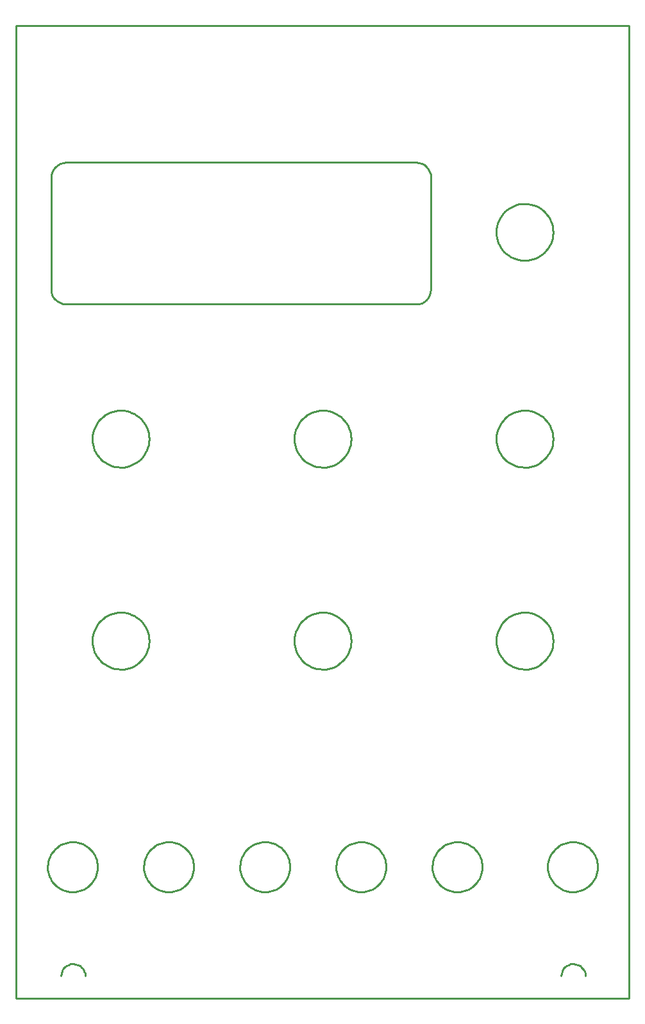
<source format=gko>
G04 Layer: BoardOutline*
G04 EasyEDA v6.4.14, 2021-02-14T17:06:54+01:00*
G04 7968197435cc47b8ae8c81e71e0902fa,25b4ee72c661442e84e9813f09f547ec,10*
G04 Gerber Generator version 0.2*
G04 Scale: 100 percent, Rotated: No, Reflected: No *
G04 Dimensions in millimeters *
G04 leading zeros omitted , absolute positions ,4 integer and 5 decimal *
%FSLAX45Y45*%
%MOMM*%

%ADD10C,0.2540*%
D10*
X0Y2D02*
G01*
X8090265Y2D01*
X8090265Y12850395D01*
X0Y12850395D01*
X0Y0D01*
X7346685Y2070059D02*
G01*
X7314277Y2068492D01*
X7282764Y2063877D01*
X7252291Y2056368D01*
X7222997Y2046099D01*
X7195042Y2033231D01*
X7168563Y2017908D01*
X7139741Y1997123D01*
X7116970Y1976973D01*
X7096147Y1954837D01*
X7074504Y1926683D01*
X7058393Y1900725D01*
X7042655Y1868523D01*
X7031951Y1839432D01*
X7023976Y1809140D01*
X7018868Y1777781D01*
X7016772Y1745498D01*
X7676700Y1740039D02*
G01*
X7675138Y1772460D01*
X7670523Y1803981D01*
X7663007Y1834466D01*
X7652750Y1863765D01*
X7639878Y1891725D01*
X7624549Y1918205D01*
X7606924Y1943066D01*
X7583619Y1969805D01*
X7561483Y1990636D01*
X7533330Y2012284D01*
X7507371Y2028395D01*
X7479888Y2042099D01*
X7446078Y2054842D01*
X7415778Y2062822D01*
X7384427Y2067933D01*
X7352144Y2070016D01*
X7346685Y1410088D02*
G01*
X7379106Y1411658D01*
X7410620Y1416270D01*
X7441105Y1423779D01*
X7470411Y1434043D01*
X7502893Y1449290D01*
X7529113Y1465005D01*
X7553680Y1483014D01*
X7576451Y1503154D01*
X7597274Y1525287D01*
X7618930Y1553433D01*
X7635041Y1579387D01*
X7648745Y1606870D01*
X7661483Y1640667D01*
X7669469Y1670954D01*
X7674579Y1702305D01*
X7676662Y1734583D01*
X7016734Y1740039D02*
G01*
X7018296Y1707626D01*
X7022922Y1676112D01*
X7030427Y1645632D01*
X7040684Y1616339D01*
X7053557Y1588383D01*
X7071664Y1557652D01*
X7089660Y1533088D01*
X7113361Y1506707D01*
X7139741Y1483014D01*
X7164308Y1465005D01*
X7190529Y1449290D01*
X7218248Y1436009D01*
X7247318Y1425305D01*
X7277605Y1417325D01*
X7308959Y1412222D01*
X7341229Y1410131D01*
X657539Y9169275D02*
G01*
X657750Y9169275D01*
X5273659Y9169272D02*
G01*
X5312392Y9173024D01*
X5351495Y9184993D01*
X5384190Y9202580D01*
X5415084Y9227868D01*
X5440372Y9258749D01*
X5457957Y9291449D01*
X5469293Y9327428D01*
X5473659Y9365993D01*
X5473684Y10843379D02*
G01*
X5469938Y10882116D01*
X5459148Y10918339D01*
X5442059Y10951329D01*
X5417240Y10982601D01*
X5389272Y11006581D01*
X5354360Y11026411D01*
X5315516Y11038977D01*
X5276971Y11043335D01*
X659373Y11043330D02*
G01*
X620646Y11039584D01*
X584438Y11028832D01*
X551461Y11011766D01*
X520194Y10986985D01*
X496214Y10959068D01*
X476371Y10924192D01*
X463783Y10885385D01*
X459379Y10846859D01*
X5273659Y9169275D02*
G01*
X657750Y9169275D01*
X457723Y9369508D02*
G01*
X461426Y9330763D01*
X472160Y9294530D01*
X489214Y9261515D01*
X513994Y9230212D01*
X544454Y9204434D01*
X576823Y9186326D01*
X615668Y9173712D01*
X654232Y9169303D01*
X6712244Y10497334D02*
G01*
X6675409Y10495554D01*
X6639590Y10490309D01*
X6604952Y10481777D01*
X6571663Y10470118D01*
X6539877Y10455495D01*
X6509788Y10438081D01*
X6481536Y10418046D01*
X6451137Y10391574D01*
X6423741Y10362013D01*
X6402854Y10334424D01*
X6384549Y10304932D01*
X6368971Y10273703D01*
X6356296Y10240899D01*
X6345407Y10200863D01*
X6339603Y10165224D01*
X6337221Y10128539D01*
X7087217Y10122336D02*
G01*
X7085431Y10159179D01*
X7080183Y10195003D01*
X7071639Y10229641D01*
X7059980Y10262930D01*
X7045358Y10294706D01*
X7027933Y10324800D01*
X7007890Y10353039D01*
X6981413Y10383431D01*
X6956259Y10407096D01*
X6924263Y10431688D01*
X6894769Y10449994D01*
X6863552Y10465559D01*
X6825142Y10480045D01*
X6790725Y10489112D01*
X6755107Y10494916D01*
X6718444Y10497291D01*
X6712244Y9747333D02*
G01*
X6749067Y9749119D01*
X6784873Y9754367D01*
X6819501Y9762898D01*
X6852775Y9774570D01*
X6884550Y9789193D01*
X6914639Y9806604D01*
X6942879Y9826647D01*
X6973277Y9853127D01*
X7000661Y9882687D01*
X7021545Y9910277D01*
X7039851Y9939769D01*
X7055429Y9971003D01*
X7069914Y10009408D01*
X7078982Y10043830D01*
X7084786Y10079464D01*
X7087166Y10116136D01*
X6337172Y10122336D02*
G01*
X6338958Y10085509D01*
X6344203Y10049690D01*
X6352750Y10015057D01*
X6364409Y9981770D01*
X6379042Y9949995D01*
X6396456Y9919906D01*
X6416509Y9891661D01*
X6442989Y9861268D01*
X6472557Y9833884D01*
X6500152Y9813005D01*
X6529656Y9794692D01*
X6560886Y9779121D01*
X6599308Y9764636D01*
X6633738Y9755563D01*
X6669369Y9749759D01*
X6706044Y9747384D01*
X5473684Y10843376D02*
G01*
X5473684Y9369333D01*
X659373Y11043330D02*
G01*
X5273695Y11043330D01*
X457725Y9369511D02*
G01*
X459313Y10843554D01*
X6712244Y7766735D02*
G01*
X6675409Y7764950D01*
X6639580Y7759710D01*
X6604939Y7751170D01*
X6571650Y7739506D01*
X6539865Y7724884D01*
X6509763Y7707464D01*
X6476997Y7683845D01*
X6451125Y7660949D01*
X6427449Y7635786D01*
X6406154Y7608531D01*
X6384536Y7574300D01*
X6368961Y7543071D01*
X6354472Y7504661D01*
X6345407Y7470239D01*
X6339603Y7434607D01*
X6337221Y7397940D01*
X7087217Y7391737D02*
G01*
X7085431Y7428567D01*
X7080183Y7464379D01*
X7071652Y7499019D01*
X7059980Y7532306D01*
X7045358Y7564074D01*
X7027946Y7594170D01*
X7007903Y7622410D01*
X6981426Y7652801D01*
X6951870Y7680192D01*
X6924286Y7701071D01*
X6894794Y7719377D01*
X6863565Y7734955D01*
X6825155Y7749440D01*
X6790738Y7758513D01*
X6755119Y7764317D01*
X6718444Y7766692D01*
X6712244Y7016734D02*
G01*
X6749067Y7018520D01*
X6784886Y7023768D01*
X6819511Y7032299D01*
X6852800Y7043963D01*
X6884563Y7058581D01*
X6914649Y7076000D01*
X6942891Y7096036D01*
X6973288Y7122515D01*
X6996953Y7147671D01*
X7018248Y7174925D01*
X7039863Y7209157D01*
X7055429Y7240386D01*
X7069914Y7278796D01*
X7078982Y7313226D01*
X7084786Y7348857D01*
X7087166Y7385537D01*
X6337172Y7391737D02*
G01*
X6338958Y7354902D01*
X6344203Y7319086D01*
X6352750Y7284445D01*
X6364409Y7251158D01*
X6379029Y7219383D01*
X6396456Y7189294D01*
X6416497Y7161049D01*
X6442976Y7130656D01*
X6472544Y7103272D01*
X6500139Y7082393D01*
X6529631Y7064087D01*
X6566232Y7046196D01*
X6599295Y7034029D01*
X6633725Y7024964D01*
X6669356Y7019160D01*
X6706044Y7016785D01*
X4045145Y7766735D02*
G01*
X4008310Y7764950D01*
X3972478Y7759710D01*
X3937840Y7751170D01*
X3904551Y7739506D01*
X3872778Y7724884D01*
X3842677Y7707464D01*
X3814437Y7687429D01*
X3784038Y7660949D01*
X3756654Y7631389D01*
X3735768Y7603794D01*
X3717462Y7574300D01*
X3701897Y7543071D01*
X3689222Y7510266D01*
X3678346Y7470239D01*
X3672542Y7434607D01*
X3670160Y7397940D01*
X4420118Y7391737D02*
G01*
X4418332Y7428567D01*
X4413084Y7464379D01*
X4404540Y7499019D01*
X4392881Y7532306D01*
X4378258Y7564074D01*
X4360834Y7594170D01*
X4340791Y7622410D01*
X4314314Y7652801D01*
X4284759Y7680192D01*
X4257164Y7701071D01*
X4227669Y7719377D01*
X4196453Y7734955D01*
X4158043Y7749440D01*
X4123626Y7758513D01*
X4088008Y7764317D01*
X4051345Y7766692D01*
X4045145Y7016772D02*
G01*
X4081967Y7018558D01*
X4117774Y7023798D01*
X4152399Y7032337D01*
X4185676Y7044001D01*
X4217451Y7058616D01*
X4247540Y7076031D01*
X4280293Y7099650D01*
X4306176Y7122546D01*
X4333562Y7152106D01*
X4354446Y7179688D01*
X4372752Y7209182D01*
X4388330Y7240412D01*
X4402815Y7278814D01*
X4411883Y7313239D01*
X4417687Y7348862D01*
X4420067Y7385537D01*
X3670112Y7391737D02*
G01*
X3671897Y7354910D01*
X3677142Y7319091D01*
X3685674Y7284458D01*
X3697345Y7251176D01*
X3711968Y7219408D01*
X3729380Y7189320D01*
X3753007Y7156559D01*
X3775890Y7130686D01*
X3805458Y7103303D01*
X3833053Y7082429D01*
X3862544Y7064118D01*
X3899143Y7046234D01*
X3932196Y7034067D01*
X3966626Y7024994D01*
X4002257Y7019190D01*
X4038942Y7016821D01*
X1378089Y7766735D02*
G01*
X1341254Y7764950D01*
X1305430Y7759710D01*
X1270789Y7751170D01*
X1237503Y7739506D01*
X1205727Y7724884D01*
X1175633Y7707464D01*
X1147381Y7687429D01*
X1116990Y7660949D01*
X1089599Y7631389D01*
X1068720Y7603794D01*
X1050406Y7574300D01*
X1034836Y7543071D01*
X1020351Y7504661D01*
X1011278Y7470239D01*
X1005474Y7434607D01*
X1003099Y7397940D01*
X1753049Y7391737D02*
G01*
X1751263Y7428567D01*
X1746023Y7464379D01*
X1737484Y7499019D01*
X1723588Y7537709D01*
X1708487Y7569210D01*
X1690621Y7599006D01*
X1666506Y7631389D01*
X1643227Y7656906D01*
X1613250Y7683845D01*
X1585333Y7704302D01*
X1555536Y7722174D01*
X1524040Y7737274D01*
X1490995Y7749440D01*
X1456578Y7758513D01*
X1420952Y7764317D01*
X1384284Y7766692D01*
X1378089Y7016772D02*
G01*
X1414912Y7018558D01*
X1450723Y7023798D01*
X1485351Y7032337D01*
X1524040Y7046234D01*
X1555536Y7061334D01*
X1585333Y7079193D01*
X1613250Y7099650D01*
X1643227Y7126582D01*
X1670159Y7156559D01*
X1690621Y7184476D01*
X1708487Y7214273D01*
X1723588Y7245769D01*
X1735754Y7278814D01*
X1744827Y7313239D01*
X1750631Y7348862D01*
X1753006Y7385537D01*
X1003048Y7391737D02*
G01*
X1004834Y7354910D01*
X1010081Y7319091D01*
X1018618Y7284458D01*
X1032517Y7245769D01*
X1047622Y7214273D01*
X1065481Y7184476D01*
X1085946Y7156559D01*
X1112883Y7126582D01*
X1142865Y7099650D01*
X1170790Y7079193D01*
X1200586Y7061334D01*
X1232095Y7046234D01*
X1265148Y7034067D01*
X1299570Y7024994D01*
X1335209Y7019190D01*
X1371881Y7016821D01*
X6712244Y5099674D02*
G01*
X6675409Y5097889D01*
X6639580Y5092641D01*
X6604939Y5084102D01*
X6571650Y5072438D01*
X6539865Y5057815D01*
X6509763Y5040396D01*
X6476997Y5016769D01*
X6451125Y4993876D01*
X6423728Y4964315D01*
X6402854Y4936726D01*
X6384536Y4907231D01*
X6368961Y4876004D01*
X6354472Y4837600D01*
X6345407Y4803190D01*
X6339603Y4767569D01*
X6337221Y4730910D01*
X7087217Y4724707D02*
G01*
X7085431Y4761529D01*
X7080183Y4797328D01*
X7071652Y4831956D01*
X7059980Y4865237D01*
X7045358Y4897008D01*
X7027946Y4927094D01*
X7007903Y4955341D01*
X6981426Y4985727D01*
X6956272Y5009403D01*
X6924286Y5033998D01*
X6894794Y5052308D01*
X6863565Y5067886D01*
X6825155Y5082372D01*
X6790738Y5091445D01*
X6755119Y5097249D01*
X6718444Y5099624D01*
X6712244Y4349673D02*
G01*
X6749067Y4351459D01*
X6784886Y4356704D01*
X6819511Y4365243D01*
X6852800Y4376907D01*
X6884563Y4391538D01*
X6914649Y4408957D01*
X6942891Y4428997D01*
X6973288Y4455477D01*
X6996953Y4480641D01*
X7018248Y4507903D01*
X7039863Y4542139D01*
X7055429Y4573369D01*
X7069914Y4611784D01*
X7078982Y4646201D01*
X7084786Y4681832D01*
X7087166Y4718507D01*
X6337172Y4724707D02*
G01*
X6338958Y4687879D01*
X6344203Y4652060D01*
X6352750Y4617427D01*
X6364409Y4584138D01*
X6379029Y4552365D01*
X6396456Y4522269D01*
X6420083Y4489503D01*
X6442976Y4463625D01*
X6472544Y4436234D01*
X6500139Y4415350D01*
X6529631Y4397037D01*
X6560873Y4381466D01*
X6593677Y4368792D01*
X6633725Y4357903D01*
X6669356Y4352096D01*
X6706044Y4349722D01*
X4045145Y5099674D02*
G01*
X4008310Y5097889D01*
X3972478Y5092641D01*
X3937840Y5084102D01*
X3904551Y5072438D01*
X3872778Y5057815D01*
X3842677Y5040396D01*
X3814437Y5020355D01*
X3784038Y4993876D01*
X3756654Y4964315D01*
X3735768Y4936726D01*
X3717462Y4907231D01*
X3701897Y4876004D01*
X3689222Y4843211D01*
X3678346Y4803190D01*
X3672542Y4767569D01*
X3670160Y4730910D01*
X4420118Y4724707D02*
G01*
X4418332Y4761529D01*
X4413084Y4797328D01*
X4404540Y4831956D01*
X4392881Y4865237D01*
X4378258Y4897008D01*
X4360834Y4927094D01*
X4340791Y4955341D01*
X4314314Y4985727D01*
X4289160Y5009403D01*
X4257164Y5033998D01*
X4227669Y5052308D01*
X4196453Y5067886D01*
X4158043Y5082372D01*
X4123626Y5091445D01*
X4088008Y5097249D01*
X4051345Y5099624D01*
X4045145Y4349673D02*
G01*
X4081967Y4351459D01*
X4117774Y4356704D01*
X4152399Y4365243D01*
X4185676Y4376907D01*
X4217451Y4391538D01*
X4247540Y4408957D01*
X4275780Y4428997D01*
X4306176Y4455477D01*
X4333562Y4485045D01*
X4354446Y4512640D01*
X4372752Y4542139D01*
X4388330Y4573369D01*
X4402815Y4611784D01*
X4411883Y4646201D01*
X4417687Y4681832D01*
X4420067Y4718507D01*
X3670112Y4724707D02*
G01*
X3671897Y4687879D01*
X3677142Y4652060D01*
X3685674Y4617427D01*
X3697345Y4584138D01*
X3711968Y4552365D01*
X3729380Y4522269D01*
X3753007Y4489503D01*
X3775890Y4463625D01*
X3805458Y4436234D01*
X3833053Y4415350D01*
X3862544Y4397037D01*
X3893786Y4381466D01*
X3932196Y4366973D01*
X3966626Y4357903D01*
X4002257Y4352096D01*
X4038942Y4349722D01*
X1378089Y5099674D02*
G01*
X1341254Y5097889D01*
X1305430Y5092641D01*
X1270789Y5084102D01*
X1237503Y5072438D01*
X1205727Y5057815D01*
X1175633Y5040396D01*
X1147381Y5020355D01*
X1116990Y4993876D01*
X1089599Y4964315D01*
X1068720Y4936726D01*
X1050406Y4907231D01*
X1034836Y4876004D01*
X1020351Y4837600D01*
X1011278Y4803190D01*
X1005474Y4767569D01*
X1003099Y4730910D01*
X1753049Y4724707D02*
G01*
X1751263Y4761529D01*
X1746023Y4797328D01*
X1737484Y4831956D01*
X1723588Y4870645D01*
X1708487Y4902141D01*
X1690621Y4931938D01*
X1670159Y4959855D01*
X1643227Y4989832D01*
X1613250Y5016769D01*
X1585333Y5037234D01*
X1555536Y5055100D01*
X1524040Y5070205D01*
X1490995Y5082372D01*
X1456578Y5091445D01*
X1420952Y5097249D01*
X1384284Y5099624D01*
X1378089Y4349673D02*
G01*
X1414912Y4351459D01*
X1450723Y4356704D01*
X1485351Y4365243D01*
X1518632Y4376907D01*
X1550400Y4391538D01*
X1580489Y4408957D01*
X1613250Y4432581D01*
X1639120Y4455477D01*
X1666506Y4485045D01*
X1687385Y4512640D01*
X1705696Y4542139D01*
X1721269Y4573369D01*
X1735754Y4611784D01*
X1744827Y4646201D01*
X1750631Y4681832D01*
X1753006Y4718507D01*
X1003048Y4724707D02*
G01*
X1004834Y4687879D01*
X1010081Y4652060D01*
X1018618Y4617427D01*
X1032517Y4578730D01*
X1047622Y4547224D01*
X1065481Y4517428D01*
X1085946Y4489503D01*
X1112883Y4459521D01*
X1142865Y4432581D01*
X1170790Y4412119D01*
X1200586Y4394248D01*
X1232095Y4379147D01*
X1265148Y4366973D01*
X1299570Y4357903D01*
X1335209Y4352096D01*
X1371881Y4349722D01*
X5823183Y2070059D02*
G01*
X5790775Y2068492D01*
X5759272Y2063877D01*
X5728799Y2056368D01*
X5699506Y2046099D01*
X5671550Y2033231D01*
X5645071Y2017908D01*
X5616237Y1997123D01*
X5593466Y1976973D01*
X5569369Y1950961D01*
X5550987Y1926683D01*
X5532422Y1896247D01*
X5519127Y1868523D01*
X5508424Y1839432D01*
X5500436Y1809140D01*
X5495325Y1777781D01*
X5493242Y1745498D01*
X6153208Y1740039D02*
G01*
X6151633Y1772460D01*
X6147020Y1803981D01*
X6139505Y1834466D01*
X6129235Y1863765D01*
X6116373Y1891725D01*
X6101044Y1918205D01*
X6083409Y1943066D01*
X6060104Y1969805D01*
X6037966Y1990636D01*
X6009812Y2012284D01*
X5983853Y2028395D01*
X5956371Y2042099D01*
X5922563Y2054842D01*
X5892276Y2062822D01*
X5860910Y2067933D01*
X5828639Y2070016D01*
X5823183Y1410050D02*
G01*
X5855588Y1411620D01*
X5887115Y1416240D01*
X5917600Y1423748D01*
X5946884Y1434012D01*
X5974849Y1446880D01*
X6001329Y1462201D01*
X6026195Y1479839D01*
X6052936Y1503136D01*
X6077033Y1529143D01*
X6095413Y1553428D01*
X6113980Y1583857D01*
X6127275Y1611576D01*
X6137978Y1640659D01*
X6145966Y1670954D01*
X6151074Y1702305D01*
X6153160Y1734583D01*
X5493194Y1740039D02*
G01*
X5494769Y1707626D01*
X5499381Y1676105D01*
X5506897Y1645627D01*
X5517167Y1616339D01*
X5530039Y1588378D01*
X5545358Y1561899D01*
X5566156Y1533070D01*
X5586298Y1510299D01*
X5612317Y1486207D01*
X5636602Y1467827D01*
X5662546Y1451721D01*
X5690031Y1438018D01*
X5723826Y1425275D01*
X5754113Y1417294D01*
X5785467Y1412184D01*
X5817725Y1410093D01*
X4553183Y2070059D02*
G01*
X4520763Y2068492D01*
X4489236Y2063877D01*
X4458751Y2056368D01*
X4429457Y2046099D01*
X4401502Y2033231D01*
X4375010Y2017908D01*
X4350156Y2000272D01*
X4323417Y1976973D01*
X4299318Y1950961D01*
X4280938Y1926683D01*
X4264827Y1900725D01*
X4251124Y1873242D01*
X4238386Y1839432D01*
X4230397Y1809140D01*
X4225290Y1777781D01*
X4223204Y1745498D01*
X4883134Y1740039D02*
G01*
X4881559Y1772460D01*
X4876957Y1803981D01*
X4869441Y1834466D01*
X4857214Y1868523D01*
X4843929Y1896247D01*
X4825365Y1926683D01*
X4806983Y1950961D01*
X4786508Y1973422D01*
X4764046Y1993910D01*
X4739774Y2012284D01*
X4713818Y2028395D01*
X4681621Y2044133D01*
X4652551Y2054842D01*
X4622264Y2062822D01*
X4590910Y2067933D01*
X4558639Y2070016D01*
X4553183Y1410088D02*
G01*
X4585588Y1411658D01*
X4617105Y1416270D01*
X4647577Y1423779D01*
X4676871Y1434043D01*
X4704826Y1446905D01*
X4731303Y1462227D01*
X4760127Y1483014D01*
X4782898Y1503154D01*
X4803721Y1525287D01*
X4825365Y1553433D01*
X4843929Y1583862D01*
X4857214Y1611581D01*
X4867917Y1640667D01*
X4875890Y1670954D01*
X4881001Y1702305D01*
X4883096Y1734583D01*
X4223156Y1740039D02*
G01*
X4224731Y1707626D01*
X4229343Y1676112D01*
X4236859Y1645632D01*
X4247116Y1616339D01*
X4259991Y1588383D01*
X4275307Y1561904D01*
X4292942Y1537058D01*
X4316247Y1510317D01*
X4338386Y1489494D01*
X4366539Y1467858D01*
X4392498Y1451747D01*
X4419981Y1438048D01*
X4453790Y1425305D01*
X4484088Y1417325D01*
X4515441Y1412222D01*
X4547725Y1410131D01*
X3283120Y2070059D02*
G01*
X3250712Y2068492D01*
X3219198Y2063877D01*
X3188713Y2056368D01*
X3154669Y2044133D01*
X3122460Y2028395D01*
X3096501Y2012284D01*
X3072218Y1993910D01*
X3049757Y1973422D01*
X3029270Y1950961D01*
X3010888Y1926683D01*
X2992323Y1896247D01*
X2979026Y1868523D01*
X2968325Y1839432D01*
X2960336Y1809140D01*
X2955226Y1777781D01*
X2953143Y1745498D01*
X3613071Y1740039D02*
G01*
X3611496Y1772460D01*
X3606883Y1803981D01*
X3599367Y1834466D01*
X3589111Y1863765D01*
X3576238Y1891725D01*
X3560907Y1918205D01*
X3543272Y1943066D01*
X3519980Y1969805D01*
X3497841Y1990636D01*
X3469688Y2012284D01*
X3443742Y2028395D01*
X3416259Y2042099D01*
X3382462Y2054842D01*
X3352177Y2062822D01*
X3320836Y2067933D01*
X3288578Y2070016D01*
X3283120Y1410050D02*
G01*
X3315515Y1411620D01*
X3347029Y1416240D01*
X3377501Y1423748D01*
X3406785Y1434012D01*
X3434740Y1446880D01*
X3461217Y1462201D01*
X3486071Y1479839D01*
X3512812Y1503136D01*
X3536909Y1529143D01*
X3555288Y1553428D01*
X3571400Y1579379D01*
X3587140Y1611576D01*
X3597841Y1640659D01*
X3605829Y1670954D01*
X3610940Y1702305D01*
X3613022Y1734583D01*
X2953092Y1740039D02*
G01*
X2954670Y1707626D01*
X2959282Y1676105D01*
X2966798Y1645627D01*
X2979026Y1611576D01*
X2992323Y1583857D01*
X3008048Y1557639D01*
X3029270Y1529143D01*
X3049757Y1506689D01*
X3072218Y1486207D01*
X3096501Y1467827D01*
X3126938Y1449268D01*
X3154669Y1435978D01*
X3183752Y1425275D01*
X3214039Y1417294D01*
X3245393Y1412184D01*
X3277664Y1410093D01*
X2013082Y2070059D02*
G01*
X1980676Y2068492D01*
X1949150Y2063877D01*
X1918665Y2056368D01*
X1889376Y2046099D01*
X1861416Y2033231D01*
X1834929Y2017908D01*
X1806100Y1997123D01*
X1783328Y1976973D01*
X1759226Y1950961D01*
X1740852Y1926683D01*
X1724741Y1900725D01*
X1711035Y1873242D01*
X1698287Y1839432D01*
X1690306Y1809140D01*
X1685196Y1777781D01*
X1683105Y1745498D01*
X2343035Y1740039D02*
G01*
X2341460Y1772460D01*
X2336845Y1803981D01*
X2329342Y1834466D01*
X2319073Y1863765D01*
X2306200Y1891725D01*
X2290884Y1918205D01*
X2273246Y1943066D01*
X2249942Y1969805D01*
X2223935Y1993910D01*
X2199652Y2012284D01*
X2173706Y2028395D01*
X2146221Y2042099D01*
X2112439Y2054842D01*
X2082152Y2062822D01*
X2050798Y2067933D01*
X2018540Y2070016D01*
X2013082Y1410050D02*
G01*
X2045489Y1411620D01*
X2076993Y1416240D01*
X2107465Y1423748D01*
X2136759Y1434012D01*
X2164715Y1446880D01*
X2191181Y1462201D01*
X2220015Y1482989D01*
X2242774Y1503136D01*
X2263609Y1525275D01*
X2285253Y1553428D01*
X2301364Y1579379D01*
X2315067Y1606864D01*
X2327818Y1640659D01*
X2335791Y1670954D01*
X2340902Y1702305D01*
X2342997Y1734583D01*
X1683062Y1740039D02*
G01*
X1684632Y1707626D01*
X1689252Y1676105D01*
X1696760Y1645627D01*
X1707024Y1616339D01*
X1719892Y1588378D01*
X1735221Y1561899D01*
X1756013Y1533070D01*
X1776161Y1510299D01*
X1802175Y1486207D01*
X1826458Y1467827D01*
X1852416Y1451721D01*
X1879899Y1438018D01*
X1913702Y1425275D01*
X1944001Y1417294D01*
X1975355Y1412184D01*
X2007626Y1410093D01*
X743021Y2070059D02*
G01*
X710608Y2068492D01*
X679094Y2063877D01*
X648622Y2056368D01*
X619325Y2046099D01*
X591370Y2033231D01*
X564893Y2017908D01*
X536064Y1997123D01*
X513293Y1976973D01*
X492462Y1954837D01*
X470822Y1926683D01*
X454703Y1900725D01*
X440999Y1873242D01*
X428256Y1839432D01*
X420268Y1809140D01*
X415165Y1777781D01*
X413075Y1745498D01*
X1073005Y1740039D02*
G01*
X1071435Y1772460D01*
X1066822Y1803981D01*
X1059312Y1834466D01*
X1049047Y1863765D01*
X1036187Y1891725D01*
X1020864Y1918205D01*
X1003228Y1943066D01*
X979937Y1969805D01*
X953922Y1993910D01*
X929645Y2012284D01*
X903693Y2028395D01*
X876211Y2042099D01*
X842406Y2054842D01*
X812114Y2062822D01*
X780755Y2067933D01*
X748477Y2070016D01*
X743021Y1410050D02*
G01*
X775434Y1411620D01*
X806955Y1416240D01*
X837440Y1423748D01*
X866734Y1434012D01*
X894694Y1446880D01*
X921174Y1462201D01*
X946028Y1479839D01*
X972769Y1503136D01*
X996866Y1529143D01*
X1015232Y1553428D01*
X1031344Y1579379D01*
X1045042Y1606864D01*
X1057785Y1640659D01*
X1065766Y1670954D01*
X1070876Y1702305D01*
X1072962Y1734583D01*
X413031Y1740039D02*
G01*
X414601Y1707626D01*
X419214Y1676105D01*
X426730Y1645627D01*
X436994Y1616339D01*
X449861Y1588378D01*
X465190Y1561899D01*
X482826Y1537045D01*
X506122Y1510299D01*
X532137Y1486207D01*
X556414Y1467827D01*
X582373Y1451721D01*
X609851Y1438018D01*
X643653Y1425275D01*
X673940Y1417294D01*
X705294Y1412184D01*
X737557Y1410093D01*
X7354265Y460093D02*
G01*
X7323269Y457093D01*
X7294285Y448467D01*
X7267895Y434792D01*
X7242865Y414936D01*
X7222279Y390547D01*
X7206825Y362343D01*
X7197758Y333557D01*
X7194273Y302719D01*
X7514181Y300078D02*
G01*
X7511178Y331058D01*
X7502570Y360037D01*
X7487564Y388500D01*
X7467348Y413212D01*
X7442667Y433440D01*
X7416523Y447512D01*
X7387750Y456577D01*
X7356919Y460075D01*
X750034Y460093D02*
G01*
X719040Y457093D01*
X690057Y448467D01*
X663658Y434792D01*
X638637Y414936D01*
X618042Y390547D01*
X603582Y364632D01*
X593529Y333557D01*
X590039Y302719D01*
X910092Y300078D02*
G01*
X907092Y331058D01*
X897511Y362343D01*
X882058Y390547D01*
X863206Y413212D01*
X840534Y432064D01*
X812325Y447512D01*
X783539Y456577D01*
X752683Y460075D01*

%LPD*%
M02*

</source>
